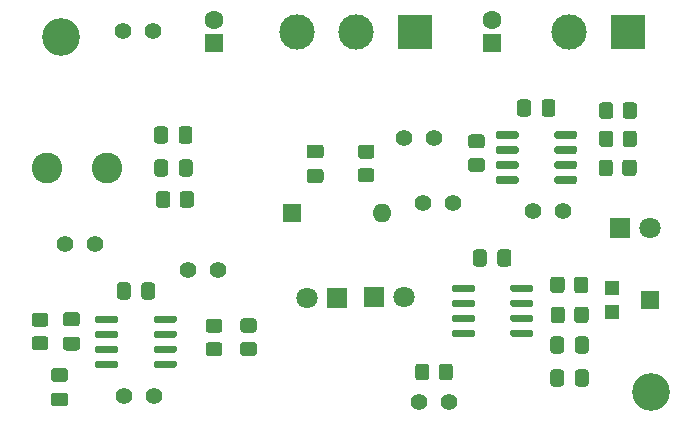
<source format=gts>
%TF.GenerationSoftware,KiCad,Pcbnew,5.1.10-88a1d61d58~88~ubuntu18.04.1*%
%TF.CreationDate,2021-06-11T13:40:42+04:00*%
%TF.ProjectId,DetecteurPresence,44657465-6374-4657-9572-50726573656e,1.0*%
%TF.SameCoordinates,Original*%
%TF.FileFunction,Soldermask,Top*%
%TF.FilePolarity,Negative*%
%FSLAX46Y46*%
G04 Gerber Fmt 4.6, Leading zero omitted, Abs format (unit mm)*
G04 Created by KiCad (PCBNEW 5.1.10-88a1d61d58~88~ubuntu18.04.1) date 2021-06-11 13:40:42*
%MOMM*%
%LPD*%
G01*
G04 APERTURE LIST*
%ADD10C,1.400000*%
%ADD11C,3.200000*%
%ADD12R,1.600000X1.600000*%
%ADD13C,1.600000*%
%ADD14C,1.800000*%
%ADD15R,1.800000X1.800000*%
%ADD16O,1.600000X1.600000*%
%ADD17C,3.000000*%
%ADD18R,3.000000X3.000000*%
%ADD19C,2.600000*%
%ADD20R,1.200000X1.200000*%
%ADD21R,1.500000X1.600000*%
G04 APERTURE END LIST*
%TO.C,R7*%
G36*
G01*
X59632001Y-33398000D02*
X58731999Y-33398000D01*
G75*
G02*
X58482000Y-33148001I0J249999D01*
G01*
X58482000Y-32447999D01*
G75*
G02*
X58731999Y-32198000I249999J0D01*
G01*
X59632001Y-32198000D01*
G75*
G02*
X59882000Y-32447999I0J-249999D01*
G01*
X59882000Y-33148001D01*
G75*
G02*
X59632001Y-33398000I-249999J0D01*
G01*
G37*
G36*
G01*
X59632001Y-35398000D02*
X58731999Y-35398000D01*
G75*
G02*
X58482000Y-35148001I0J249999D01*
G01*
X58482000Y-34447999D01*
G75*
G02*
X58731999Y-34198000I249999J0D01*
G01*
X59632001Y-34198000D01*
G75*
G02*
X59882000Y-34447999I0J-249999D01*
G01*
X59882000Y-35148001D01*
G75*
G02*
X59632001Y-35398000I-249999J0D01*
G01*
G37*
%TD*%
D10*
%TO.C,TP8*%
X31775400Y-23469600D03*
X29235400Y-23469600D03*
%TD*%
D11*
%TO.C,REF\u002A\u002A*%
X74000000Y-54000000D03*
%TD*%
%TO.C,REF\u002A\u002A*%
X24000000Y-24000000D03*
%TD*%
%TO.C,C1*%
G36*
G01*
X24417000Y-49345000D02*
X25367000Y-49345000D01*
G75*
G02*
X25617000Y-49595000I0J-250000D01*
G01*
X25617000Y-50270000D01*
G75*
G02*
X25367000Y-50520000I-250000J0D01*
G01*
X24417000Y-50520000D01*
G75*
G02*
X24167000Y-50270000I0J250000D01*
G01*
X24167000Y-49595000D01*
G75*
G02*
X24417000Y-49345000I250000J0D01*
G01*
G37*
G36*
G01*
X24417000Y-47270000D02*
X25367000Y-47270000D01*
G75*
G02*
X25617000Y-47520000I0J-250000D01*
G01*
X25617000Y-48195000D01*
G75*
G02*
X25367000Y-48445000I-250000J0D01*
G01*
X24417000Y-48445000D01*
G75*
G02*
X24167000Y-48195000I0J250000D01*
G01*
X24167000Y-47520000D01*
G75*
G02*
X24417000Y-47270000I250000J0D01*
G01*
G37*
%TD*%
D12*
%TO.C,C2*%
X60500000Y-24500000D03*
D13*
X60500000Y-22500000D03*
%TD*%
%TO.C,C3*%
X37000000Y-22500000D03*
D12*
X37000000Y-24500000D03*
%TD*%
%TO.C,C4*%
G36*
G01*
X31978000Y-44991000D02*
X31978000Y-45941000D01*
G75*
G02*
X31728000Y-46191000I-250000J0D01*
G01*
X31053000Y-46191000D01*
G75*
G02*
X30803000Y-45941000I0J250000D01*
G01*
X30803000Y-44991000D01*
G75*
G02*
X31053000Y-44741000I250000J0D01*
G01*
X31728000Y-44741000D01*
G75*
G02*
X31978000Y-44991000I0J-250000D01*
G01*
G37*
G36*
G01*
X29903000Y-44991000D02*
X29903000Y-45941000D01*
G75*
G02*
X29653000Y-46191000I-250000J0D01*
G01*
X28978000Y-46191000D01*
G75*
G02*
X28728000Y-45941000I0J250000D01*
G01*
X28728000Y-44991000D01*
G75*
G02*
X28978000Y-44741000I250000J0D01*
G01*
X29653000Y-44741000D01*
G75*
G02*
X29903000Y-44991000I0J-250000D01*
G01*
G37*
%TD*%
%TO.C,C5*%
G36*
G01*
X23401000Y-54065500D02*
X24351000Y-54065500D01*
G75*
G02*
X24601000Y-54315500I0J-250000D01*
G01*
X24601000Y-54990500D01*
G75*
G02*
X24351000Y-55240500I-250000J0D01*
G01*
X23401000Y-55240500D01*
G75*
G02*
X23151000Y-54990500I0J250000D01*
G01*
X23151000Y-54315500D01*
G75*
G02*
X23401000Y-54065500I250000J0D01*
G01*
G37*
G36*
G01*
X23401000Y-51990500D02*
X24351000Y-51990500D01*
G75*
G02*
X24601000Y-52240500I0J-250000D01*
G01*
X24601000Y-52915500D01*
G75*
G02*
X24351000Y-53165500I-250000J0D01*
G01*
X23401000Y-53165500D01*
G75*
G02*
X23151000Y-52915500I0J250000D01*
G01*
X23151000Y-52240500D01*
G75*
G02*
X23401000Y-51990500I250000J0D01*
G01*
G37*
%TD*%
%TO.C,C6*%
G36*
G01*
X35131500Y-31783000D02*
X35131500Y-32733000D01*
G75*
G02*
X34881500Y-32983000I-250000J0D01*
G01*
X34206500Y-32983000D01*
G75*
G02*
X33956500Y-32733000I0J250000D01*
G01*
X33956500Y-31783000D01*
G75*
G02*
X34206500Y-31533000I250000J0D01*
G01*
X34881500Y-31533000D01*
G75*
G02*
X35131500Y-31783000I0J-250000D01*
G01*
G37*
G36*
G01*
X33056500Y-31783000D02*
X33056500Y-32733000D01*
G75*
G02*
X32806500Y-32983000I-250000J0D01*
G01*
X32131500Y-32983000D01*
G75*
G02*
X31881500Y-32733000I0J250000D01*
G01*
X31881500Y-31783000D01*
G75*
G02*
X32131500Y-31533000I250000J0D01*
G01*
X32806500Y-31533000D01*
G75*
G02*
X33056500Y-31783000I0J-250000D01*
G01*
G37*
%TD*%
%TO.C,C7*%
G36*
G01*
X33078000Y-34577000D02*
X33078000Y-35527000D01*
G75*
G02*
X32828000Y-35777000I-250000J0D01*
G01*
X32153000Y-35777000D01*
G75*
G02*
X31903000Y-35527000I0J250000D01*
G01*
X31903000Y-34577000D01*
G75*
G02*
X32153000Y-34327000I250000J0D01*
G01*
X32828000Y-34327000D01*
G75*
G02*
X33078000Y-34577000I0J-250000D01*
G01*
G37*
G36*
G01*
X35153000Y-34577000D02*
X35153000Y-35527000D01*
G75*
G02*
X34903000Y-35777000I-250000J0D01*
G01*
X34228000Y-35777000D01*
G75*
G02*
X33978000Y-35527000I0J250000D01*
G01*
X33978000Y-34577000D01*
G75*
G02*
X34228000Y-34327000I250000J0D01*
G01*
X34903000Y-34327000D01*
G75*
G02*
X35153000Y-34577000I0J-250000D01*
G01*
G37*
%TD*%
%TO.C,C8*%
G36*
G01*
X65431000Y-53307000D02*
X65431000Y-52357000D01*
G75*
G02*
X65681000Y-52107000I250000J0D01*
G01*
X66356000Y-52107000D01*
G75*
G02*
X66606000Y-52357000I0J-250000D01*
G01*
X66606000Y-53307000D01*
G75*
G02*
X66356000Y-53557000I-250000J0D01*
G01*
X65681000Y-53557000D01*
G75*
G02*
X65431000Y-53307000I0J250000D01*
G01*
G37*
G36*
G01*
X67506000Y-53307000D02*
X67506000Y-52357000D01*
G75*
G02*
X67756000Y-52107000I250000J0D01*
G01*
X68431000Y-52107000D01*
G75*
G02*
X68681000Y-52357000I0J-250000D01*
G01*
X68681000Y-53307000D01*
G75*
G02*
X68431000Y-53557000I-250000J0D01*
G01*
X67756000Y-53557000D01*
G75*
G02*
X67506000Y-53307000I0J250000D01*
G01*
G37*
%TD*%
%TO.C,C9*%
G36*
G01*
X45041800Y-33067500D02*
X45991800Y-33067500D01*
G75*
G02*
X46241800Y-33317500I0J-250000D01*
G01*
X46241800Y-33992500D01*
G75*
G02*
X45991800Y-34242500I-250000J0D01*
G01*
X45041800Y-34242500D01*
G75*
G02*
X44791800Y-33992500I0J250000D01*
G01*
X44791800Y-33317500D01*
G75*
G02*
X45041800Y-33067500I250000J0D01*
G01*
G37*
G36*
G01*
X45041800Y-35142500D02*
X45991800Y-35142500D01*
G75*
G02*
X46241800Y-35392500I0J-250000D01*
G01*
X46241800Y-36067500D01*
G75*
G02*
X45991800Y-36317500I-250000J0D01*
G01*
X45041800Y-36317500D01*
G75*
G02*
X44791800Y-36067500I0J250000D01*
G01*
X44791800Y-35392500D01*
G75*
G02*
X45041800Y-35142500I250000J0D01*
G01*
G37*
%TD*%
%TO.C,C10*%
G36*
G01*
X62131500Y-42197000D02*
X62131500Y-43147000D01*
G75*
G02*
X61881500Y-43397000I-250000J0D01*
G01*
X61206500Y-43397000D01*
G75*
G02*
X60956500Y-43147000I0J250000D01*
G01*
X60956500Y-42197000D01*
G75*
G02*
X61206500Y-41947000I250000J0D01*
G01*
X61881500Y-41947000D01*
G75*
G02*
X62131500Y-42197000I0J-250000D01*
G01*
G37*
G36*
G01*
X60056500Y-42197000D02*
X60056500Y-43147000D01*
G75*
G02*
X59806500Y-43397000I-250000J0D01*
G01*
X59131500Y-43397000D01*
G75*
G02*
X58881500Y-43147000I0J250000D01*
G01*
X58881500Y-42197000D01*
G75*
G02*
X59131500Y-41947000I250000J0D01*
G01*
X59806500Y-41947000D01*
G75*
G02*
X60056500Y-42197000I0J-250000D01*
G01*
G37*
%TD*%
%TO.C,C11*%
G36*
G01*
X64690500Y-30447000D02*
X64690500Y-29497000D01*
G75*
G02*
X64940500Y-29247000I250000J0D01*
G01*
X65615500Y-29247000D01*
G75*
G02*
X65865500Y-29497000I0J-250000D01*
G01*
X65865500Y-30447000D01*
G75*
G02*
X65615500Y-30697000I-250000J0D01*
G01*
X64940500Y-30697000D01*
G75*
G02*
X64690500Y-30447000I0J250000D01*
G01*
G37*
G36*
G01*
X62615500Y-30447000D02*
X62615500Y-29497000D01*
G75*
G02*
X62865500Y-29247000I250000J0D01*
G01*
X63540500Y-29247000D01*
G75*
G02*
X63790500Y-29497000I0J-250000D01*
G01*
X63790500Y-30447000D01*
G75*
G02*
X63540500Y-30697000I-250000J0D01*
G01*
X62865500Y-30697000D01*
G75*
G02*
X62615500Y-30447000I0J250000D01*
G01*
G37*
%TD*%
%TO.C,C12*%
G36*
G01*
X67506000Y-50513000D02*
X67506000Y-49563000D01*
G75*
G02*
X67756000Y-49313000I250000J0D01*
G01*
X68431000Y-49313000D01*
G75*
G02*
X68681000Y-49563000I0J-250000D01*
G01*
X68681000Y-50513000D01*
G75*
G02*
X68431000Y-50763000I-250000J0D01*
G01*
X67756000Y-50763000D01*
G75*
G02*
X67506000Y-50513000I0J250000D01*
G01*
G37*
G36*
G01*
X65431000Y-50513000D02*
X65431000Y-49563000D01*
G75*
G02*
X65681000Y-49313000I250000J0D01*
G01*
X66356000Y-49313000D01*
G75*
G02*
X66606000Y-49563000I0J-250000D01*
G01*
X66606000Y-50513000D01*
G75*
G02*
X66356000Y-50763000I-250000J0D01*
G01*
X65681000Y-50763000D01*
G75*
G02*
X65431000Y-50513000I0J250000D01*
G01*
G37*
%TD*%
D14*
%TO.C,D1*%
X44831000Y-46024800D03*
D15*
X47371000Y-46024800D03*
%TD*%
D12*
%TO.C,D2*%
X43586400Y-38862000D03*
D16*
X51206400Y-38862000D03*
%TD*%
D15*
%TO.C,D3*%
X71374000Y-40132000D03*
D14*
X73914000Y-40132000D03*
%TD*%
D15*
%TO.C,D4*%
X50500000Y-46000000D03*
D14*
X53040000Y-46000000D03*
%TD*%
D17*
%TO.C,J1*%
X44000000Y-23500000D03*
X49000000Y-23500000D03*
D18*
X54000000Y-23500000D03*
%TD*%
%TO.C,J2*%
X72000000Y-23500000D03*
D17*
X67000000Y-23500000D03*
%TD*%
D19*
%TO.C,L1*%
X22860000Y-35052000D03*
X27860000Y-35052000D03*
%TD*%
%TO.C,R1*%
G36*
G01*
X21774999Y-47295000D02*
X22675001Y-47295000D01*
G75*
G02*
X22925000Y-47544999I0J-249999D01*
G01*
X22925000Y-48245001D01*
G75*
G02*
X22675001Y-48495000I-249999J0D01*
G01*
X21774999Y-48495000D01*
G75*
G02*
X21525000Y-48245001I0J249999D01*
G01*
X21525000Y-47544999D01*
G75*
G02*
X21774999Y-47295000I249999J0D01*
G01*
G37*
G36*
G01*
X21774999Y-49295000D02*
X22675001Y-49295000D01*
G75*
G02*
X22925000Y-49544999I0J-249999D01*
G01*
X22925000Y-50245001D01*
G75*
G02*
X22675001Y-50495000I-249999J0D01*
G01*
X21774999Y-50495000D01*
G75*
G02*
X21525000Y-50245001I0J249999D01*
G01*
X21525000Y-49544999D01*
G75*
G02*
X21774999Y-49295000I249999J0D01*
G01*
G37*
%TD*%
%TO.C,R2*%
G36*
G01*
X33255000Y-37268999D02*
X33255000Y-38169001D01*
G75*
G02*
X33005001Y-38419000I-249999J0D01*
G01*
X32304999Y-38419000D01*
G75*
G02*
X32055000Y-38169001I0J249999D01*
G01*
X32055000Y-37268999D01*
G75*
G02*
X32304999Y-37019000I249999J0D01*
G01*
X33005001Y-37019000D01*
G75*
G02*
X33255000Y-37268999I0J-249999D01*
G01*
G37*
G36*
G01*
X35255000Y-37268999D02*
X35255000Y-38169001D01*
G75*
G02*
X35005001Y-38419000I-249999J0D01*
G01*
X34304999Y-38419000D01*
G75*
G02*
X34055000Y-38169001I0J249999D01*
G01*
X34055000Y-37268999D01*
G75*
G02*
X34304999Y-37019000I249999J0D01*
G01*
X35005001Y-37019000D01*
G75*
G02*
X35255000Y-37268999I0J-249999D01*
G01*
G37*
%TD*%
%TO.C,R3*%
G36*
G01*
X40328001Y-50987000D02*
X39427999Y-50987000D01*
G75*
G02*
X39178000Y-50737001I0J249999D01*
G01*
X39178000Y-50036999D01*
G75*
G02*
X39427999Y-49787000I249999J0D01*
G01*
X40328001Y-49787000D01*
G75*
G02*
X40578000Y-50036999I0J-249999D01*
G01*
X40578000Y-50737001D01*
G75*
G02*
X40328001Y-50987000I-249999J0D01*
G01*
G37*
G36*
G01*
X40328001Y-48987000D02*
X39427999Y-48987000D01*
G75*
G02*
X39178000Y-48737001I0J249999D01*
G01*
X39178000Y-48036999D01*
G75*
G02*
X39427999Y-47787000I249999J0D01*
G01*
X40328001Y-47787000D01*
G75*
G02*
X40578000Y-48036999I0J-249999D01*
G01*
X40578000Y-48737001D01*
G75*
G02*
X40328001Y-48987000I-249999J0D01*
G01*
G37*
%TD*%
%TO.C,R4*%
G36*
G01*
X36506999Y-47803000D02*
X37407001Y-47803000D01*
G75*
G02*
X37657000Y-48052999I0J-249999D01*
G01*
X37657000Y-48753001D01*
G75*
G02*
X37407001Y-49003000I-249999J0D01*
G01*
X36506999Y-49003000D01*
G75*
G02*
X36257000Y-48753001I0J249999D01*
G01*
X36257000Y-48052999D01*
G75*
G02*
X36506999Y-47803000I249999J0D01*
G01*
G37*
G36*
G01*
X36506999Y-49803000D02*
X37407001Y-49803000D01*
G75*
G02*
X37657000Y-50052999I0J-249999D01*
G01*
X37657000Y-50753001D01*
G75*
G02*
X37407001Y-51003000I-249999J0D01*
G01*
X36506999Y-51003000D01*
G75*
G02*
X36257000Y-50753001I0J249999D01*
G01*
X36257000Y-50052999D01*
G75*
G02*
X36506999Y-49803000I249999J0D01*
G01*
G37*
%TD*%
%TO.C,R5*%
G36*
G01*
X50284801Y-34271000D02*
X49384799Y-34271000D01*
G75*
G02*
X49134800Y-34021001I0J249999D01*
G01*
X49134800Y-33320999D01*
G75*
G02*
X49384799Y-33071000I249999J0D01*
G01*
X50284801Y-33071000D01*
G75*
G02*
X50534800Y-33320999I0J-249999D01*
G01*
X50534800Y-34021001D01*
G75*
G02*
X50284801Y-34271000I-249999J0D01*
G01*
G37*
G36*
G01*
X50284801Y-36271000D02*
X49384799Y-36271000D01*
G75*
G02*
X49134800Y-36021001I0J249999D01*
G01*
X49134800Y-35320999D01*
G75*
G02*
X49384799Y-35071000I249999J0D01*
G01*
X50284801Y-35071000D01*
G75*
G02*
X50534800Y-35320999I0J-249999D01*
G01*
X50534800Y-36021001D01*
G75*
G02*
X50284801Y-36271000I-249999J0D01*
G01*
G37*
%TD*%
%TO.C,R6*%
G36*
G01*
X72761400Y-32138199D02*
X72761400Y-33038201D01*
G75*
G02*
X72511401Y-33288200I-249999J0D01*
G01*
X71811399Y-33288200D01*
G75*
G02*
X71561400Y-33038201I0J249999D01*
G01*
X71561400Y-32138199D01*
G75*
G02*
X71811399Y-31888200I249999J0D01*
G01*
X72511401Y-31888200D01*
G75*
G02*
X72761400Y-32138199I0J-249999D01*
G01*
G37*
G36*
G01*
X70761400Y-32138199D02*
X70761400Y-33038201D01*
G75*
G02*
X70511401Y-33288200I-249999J0D01*
G01*
X69811399Y-33288200D01*
G75*
G02*
X69561400Y-33038201I0J249999D01*
G01*
X69561400Y-32138199D01*
G75*
G02*
X69811399Y-31888200I249999J0D01*
G01*
X70511401Y-31888200D01*
G75*
G02*
X70761400Y-32138199I0J-249999D01*
G01*
G37*
%TD*%
%TO.C,R8*%
G36*
G01*
X69561400Y-30650601D02*
X69561400Y-29750599D01*
G75*
G02*
X69811399Y-29500600I249999J0D01*
G01*
X70511401Y-29500600D01*
G75*
G02*
X70761400Y-29750599I0J-249999D01*
G01*
X70761400Y-30650601D01*
G75*
G02*
X70511401Y-30900600I-249999J0D01*
G01*
X69811399Y-30900600D01*
G75*
G02*
X69561400Y-30650601I0J249999D01*
G01*
G37*
G36*
G01*
X71561400Y-30650601D02*
X71561400Y-29750599D01*
G75*
G02*
X71811399Y-29500600I249999J0D01*
G01*
X72511401Y-29500600D01*
G75*
G02*
X72761400Y-29750599I0J-249999D01*
G01*
X72761400Y-30650601D01*
G75*
G02*
X72511401Y-30900600I-249999J0D01*
G01*
X71811399Y-30900600D01*
G75*
G02*
X71561400Y-30650601I0J249999D01*
G01*
G37*
%TD*%
%TO.C,R9*%
G36*
G01*
X71536000Y-35502001D02*
X71536000Y-34601999D01*
G75*
G02*
X71785999Y-34352000I249999J0D01*
G01*
X72486001Y-34352000D01*
G75*
G02*
X72736000Y-34601999I0J-249999D01*
G01*
X72736000Y-35502001D01*
G75*
G02*
X72486001Y-35752000I-249999J0D01*
G01*
X71785999Y-35752000D01*
G75*
G02*
X71536000Y-35502001I0J249999D01*
G01*
G37*
G36*
G01*
X69536000Y-35502001D02*
X69536000Y-34601999D01*
G75*
G02*
X69785999Y-34352000I249999J0D01*
G01*
X70486001Y-34352000D01*
G75*
G02*
X70736000Y-34601999I0J-249999D01*
G01*
X70736000Y-35502001D01*
G75*
G02*
X70486001Y-35752000I-249999J0D01*
G01*
X69785999Y-35752000D01*
G75*
G02*
X69536000Y-35502001I0J249999D01*
G01*
G37*
%TD*%
%TO.C,R10*%
G36*
G01*
X65440000Y-45408001D02*
X65440000Y-44507999D01*
G75*
G02*
X65689999Y-44258000I249999J0D01*
G01*
X66390001Y-44258000D01*
G75*
G02*
X66640000Y-44507999I0J-249999D01*
G01*
X66640000Y-45408001D01*
G75*
G02*
X66390001Y-45658000I-249999J0D01*
G01*
X65689999Y-45658000D01*
G75*
G02*
X65440000Y-45408001I0J249999D01*
G01*
G37*
G36*
G01*
X67440000Y-45408001D02*
X67440000Y-44507999D01*
G75*
G02*
X67689999Y-44258000I249999J0D01*
G01*
X68390001Y-44258000D01*
G75*
G02*
X68640000Y-44507999I0J-249999D01*
G01*
X68640000Y-45408001D01*
G75*
G02*
X68390001Y-45658000I-249999J0D01*
G01*
X67689999Y-45658000D01*
G75*
G02*
X67440000Y-45408001I0J249999D01*
G01*
G37*
%TD*%
%TO.C,R12*%
G36*
G01*
X66672000Y-47047999D02*
X66672000Y-47948001D01*
G75*
G02*
X66422001Y-48198000I-249999J0D01*
G01*
X65721999Y-48198000D01*
G75*
G02*
X65472000Y-47948001I0J249999D01*
G01*
X65472000Y-47047999D01*
G75*
G02*
X65721999Y-46798000I249999J0D01*
G01*
X66422001Y-46798000D01*
G75*
G02*
X66672000Y-47047999I0J-249999D01*
G01*
G37*
G36*
G01*
X68672000Y-47047999D02*
X68672000Y-47948001D01*
G75*
G02*
X68422001Y-48198000I-249999J0D01*
G01*
X67721999Y-48198000D01*
G75*
G02*
X67472000Y-47948001I0J249999D01*
G01*
X67472000Y-47047999D01*
G75*
G02*
X67721999Y-46798000I249999J0D01*
G01*
X68422001Y-46798000D01*
G75*
G02*
X68672000Y-47047999I0J-249999D01*
G01*
G37*
%TD*%
%TO.C,R13*%
G36*
G01*
X55184000Y-51873999D02*
X55184000Y-52774001D01*
G75*
G02*
X54934001Y-53024000I-249999J0D01*
G01*
X54233999Y-53024000D01*
G75*
G02*
X53984000Y-52774001I0J249999D01*
G01*
X53984000Y-51873999D01*
G75*
G02*
X54233999Y-51624000I249999J0D01*
G01*
X54934001Y-51624000D01*
G75*
G02*
X55184000Y-51873999I0J-249999D01*
G01*
G37*
G36*
G01*
X57184000Y-51873999D02*
X57184000Y-52774001D01*
G75*
G02*
X56934001Y-53024000I-249999J0D01*
G01*
X56233999Y-53024000D01*
G75*
G02*
X55984000Y-52774001I0J249999D01*
G01*
X55984000Y-51873999D01*
G75*
G02*
X56233999Y-51624000I249999J0D01*
G01*
X56934001Y-51624000D01*
G75*
G02*
X57184000Y-51873999I0J-249999D01*
G01*
G37*
%TD*%
D20*
%TO.C,RV1*%
X70664000Y-45228000D03*
X70664000Y-47228000D03*
D21*
X73914000Y-46228000D03*
%TD*%
D10*
%TO.C,TP1*%
X24384000Y-41529000D03*
X26924000Y-41529000D03*
%TD*%
%TO.C,TP2*%
X31877000Y-54356000D03*
X29337000Y-54356000D03*
%TD*%
%TO.C,TP3*%
X34798000Y-43688000D03*
X37338000Y-43688000D03*
%TD*%
%TO.C,TP4*%
X53086000Y-32512000D03*
X55626000Y-32512000D03*
%TD*%
%TO.C,TP5*%
X63982600Y-38658800D03*
X66522600Y-38658800D03*
%TD*%
%TO.C,TP6*%
X56896000Y-54864000D03*
X54356000Y-54864000D03*
%TD*%
%TO.C,TP7*%
X57200800Y-38023800D03*
X54660800Y-38023800D03*
%TD*%
%TO.C,U1*%
G36*
G01*
X26903000Y-48029000D02*
X26903000Y-47729000D01*
G75*
G02*
X27053000Y-47579000I150000J0D01*
G01*
X28703000Y-47579000D01*
G75*
G02*
X28853000Y-47729000I0J-150000D01*
G01*
X28853000Y-48029000D01*
G75*
G02*
X28703000Y-48179000I-150000J0D01*
G01*
X27053000Y-48179000D01*
G75*
G02*
X26903000Y-48029000I0J150000D01*
G01*
G37*
G36*
G01*
X26903000Y-49299000D02*
X26903000Y-48999000D01*
G75*
G02*
X27053000Y-48849000I150000J0D01*
G01*
X28703000Y-48849000D01*
G75*
G02*
X28853000Y-48999000I0J-150000D01*
G01*
X28853000Y-49299000D01*
G75*
G02*
X28703000Y-49449000I-150000J0D01*
G01*
X27053000Y-49449000D01*
G75*
G02*
X26903000Y-49299000I0J150000D01*
G01*
G37*
G36*
G01*
X26903000Y-50569000D02*
X26903000Y-50269000D01*
G75*
G02*
X27053000Y-50119000I150000J0D01*
G01*
X28703000Y-50119000D01*
G75*
G02*
X28853000Y-50269000I0J-150000D01*
G01*
X28853000Y-50569000D01*
G75*
G02*
X28703000Y-50719000I-150000J0D01*
G01*
X27053000Y-50719000D01*
G75*
G02*
X26903000Y-50569000I0J150000D01*
G01*
G37*
G36*
G01*
X26903000Y-51839000D02*
X26903000Y-51539000D01*
G75*
G02*
X27053000Y-51389000I150000J0D01*
G01*
X28703000Y-51389000D01*
G75*
G02*
X28853000Y-51539000I0J-150000D01*
G01*
X28853000Y-51839000D01*
G75*
G02*
X28703000Y-51989000I-150000J0D01*
G01*
X27053000Y-51989000D01*
G75*
G02*
X26903000Y-51839000I0J150000D01*
G01*
G37*
G36*
G01*
X31853000Y-51839000D02*
X31853000Y-51539000D01*
G75*
G02*
X32003000Y-51389000I150000J0D01*
G01*
X33653000Y-51389000D01*
G75*
G02*
X33803000Y-51539000I0J-150000D01*
G01*
X33803000Y-51839000D01*
G75*
G02*
X33653000Y-51989000I-150000J0D01*
G01*
X32003000Y-51989000D01*
G75*
G02*
X31853000Y-51839000I0J150000D01*
G01*
G37*
G36*
G01*
X31853000Y-50569000D02*
X31853000Y-50269000D01*
G75*
G02*
X32003000Y-50119000I150000J0D01*
G01*
X33653000Y-50119000D01*
G75*
G02*
X33803000Y-50269000I0J-150000D01*
G01*
X33803000Y-50569000D01*
G75*
G02*
X33653000Y-50719000I-150000J0D01*
G01*
X32003000Y-50719000D01*
G75*
G02*
X31853000Y-50569000I0J150000D01*
G01*
G37*
G36*
G01*
X31853000Y-49299000D02*
X31853000Y-48999000D01*
G75*
G02*
X32003000Y-48849000I150000J0D01*
G01*
X33653000Y-48849000D01*
G75*
G02*
X33803000Y-48999000I0J-150000D01*
G01*
X33803000Y-49299000D01*
G75*
G02*
X33653000Y-49449000I-150000J0D01*
G01*
X32003000Y-49449000D01*
G75*
G02*
X31853000Y-49299000I0J150000D01*
G01*
G37*
G36*
G01*
X31853000Y-48029000D02*
X31853000Y-47729000D01*
G75*
G02*
X32003000Y-47579000I150000J0D01*
G01*
X33653000Y-47579000D01*
G75*
G02*
X33803000Y-47729000I0J-150000D01*
G01*
X33803000Y-48029000D01*
G75*
G02*
X33653000Y-48179000I-150000J0D01*
G01*
X32003000Y-48179000D01*
G75*
G02*
X31853000Y-48029000I0J150000D01*
G01*
G37*
%TD*%
%TO.C,U2*%
G36*
G01*
X57094000Y-45401000D02*
X57094000Y-45101000D01*
G75*
G02*
X57244000Y-44951000I150000J0D01*
G01*
X58894000Y-44951000D01*
G75*
G02*
X59044000Y-45101000I0J-150000D01*
G01*
X59044000Y-45401000D01*
G75*
G02*
X58894000Y-45551000I-150000J0D01*
G01*
X57244000Y-45551000D01*
G75*
G02*
X57094000Y-45401000I0J150000D01*
G01*
G37*
G36*
G01*
X57094000Y-46671000D02*
X57094000Y-46371000D01*
G75*
G02*
X57244000Y-46221000I150000J0D01*
G01*
X58894000Y-46221000D01*
G75*
G02*
X59044000Y-46371000I0J-150000D01*
G01*
X59044000Y-46671000D01*
G75*
G02*
X58894000Y-46821000I-150000J0D01*
G01*
X57244000Y-46821000D01*
G75*
G02*
X57094000Y-46671000I0J150000D01*
G01*
G37*
G36*
G01*
X57094000Y-47941000D02*
X57094000Y-47641000D01*
G75*
G02*
X57244000Y-47491000I150000J0D01*
G01*
X58894000Y-47491000D01*
G75*
G02*
X59044000Y-47641000I0J-150000D01*
G01*
X59044000Y-47941000D01*
G75*
G02*
X58894000Y-48091000I-150000J0D01*
G01*
X57244000Y-48091000D01*
G75*
G02*
X57094000Y-47941000I0J150000D01*
G01*
G37*
G36*
G01*
X57094000Y-49211000D02*
X57094000Y-48911000D01*
G75*
G02*
X57244000Y-48761000I150000J0D01*
G01*
X58894000Y-48761000D01*
G75*
G02*
X59044000Y-48911000I0J-150000D01*
G01*
X59044000Y-49211000D01*
G75*
G02*
X58894000Y-49361000I-150000J0D01*
G01*
X57244000Y-49361000D01*
G75*
G02*
X57094000Y-49211000I0J150000D01*
G01*
G37*
G36*
G01*
X62044000Y-49211000D02*
X62044000Y-48911000D01*
G75*
G02*
X62194000Y-48761000I150000J0D01*
G01*
X63844000Y-48761000D01*
G75*
G02*
X63994000Y-48911000I0J-150000D01*
G01*
X63994000Y-49211000D01*
G75*
G02*
X63844000Y-49361000I-150000J0D01*
G01*
X62194000Y-49361000D01*
G75*
G02*
X62044000Y-49211000I0J150000D01*
G01*
G37*
G36*
G01*
X62044000Y-47941000D02*
X62044000Y-47641000D01*
G75*
G02*
X62194000Y-47491000I150000J0D01*
G01*
X63844000Y-47491000D01*
G75*
G02*
X63994000Y-47641000I0J-150000D01*
G01*
X63994000Y-47941000D01*
G75*
G02*
X63844000Y-48091000I-150000J0D01*
G01*
X62194000Y-48091000D01*
G75*
G02*
X62044000Y-47941000I0J150000D01*
G01*
G37*
G36*
G01*
X62044000Y-46671000D02*
X62044000Y-46371000D01*
G75*
G02*
X62194000Y-46221000I150000J0D01*
G01*
X63844000Y-46221000D01*
G75*
G02*
X63994000Y-46371000I0J-150000D01*
G01*
X63994000Y-46671000D01*
G75*
G02*
X63844000Y-46821000I-150000J0D01*
G01*
X62194000Y-46821000D01*
G75*
G02*
X62044000Y-46671000I0J150000D01*
G01*
G37*
G36*
G01*
X62044000Y-45401000D02*
X62044000Y-45101000D01*
G75*
G02*
X62194000Y-44951000I150000J0D01*
G01*
X63844000Y-44951000D01*
G75*
G02*
X63994000Y-45101000I0J-150000D01*
G01*
X63994000Y-45401000D01*
G75*
G02*
X63844000Y-45551000I-150000J0D01*
G01*
X62194000Y-45551000D01*
G75*
G02*
X62044000Y-45401000I0J150000D01*
G01*
G37*
%TD*%
%TO.C,U3*%
G36*
G01*
X65762000Y-32408000D02*
X65762000Y-32108000D01*
G75*
G02*
X65912000Y-31958000I150000J0D01*
G01*
X67562000Y-31958000D01*
G75*
G02*
X67712000Y-32108000I0J-150000D01*
G01*
X67712000Y-32408000D01*
G75*
G02*
X67562000Y-32558000I-150000J0D01*
G01*
X65912000Y-32558000D01*
G75*
G02*
X65762000Y-32408000I0J150000D01*
G01*
G37*
G36*
G01*
X65762000Y-33678000D02*
X65762000Y-33378000D01*
G75*
G02*
X65912000Y-33228000I150000J0D01*
G01*
X67562000Y-33228000D01*
G75*
G02*
X67712000Y-33378000I0J-150000D01*
G01*
X67712000Y-33678000D01*
G75*
G02*
X67562000Y-33828000I-150000J0D01*
G01*
X65912000Y-33828000D01*
G75*
G02*
X65762000Y-33678000I0J150000D01*
G01*
G37*
G36*
G01*
X65762000Y-34948000D02*
X65762000Y-34648000D01*
G75*
G02*
X65912000Y-34498000I150000J0D01*
G01*
X67562000Y-34498000D01*
G75*
G02*
X67712000Y-34648000I0J-150000D01*
G01*
X67712000Y-34948000D01*
G75*
G02*
X67562000Y-35098000I-150000J0D01*
G01*
X65912000Y-35098000D01*
G75*
G02*
X65762000Y-34948000I0J150000D01*
G01*
G37*
G36*
G01*
X65762000Y-36218000D02*
X65762000Y-35918000D01*
G75*
G02*
X65912000Y-35768000I150000J0D01*
G01*
X67562000Y-35768000D01*
G75*
G02*
X67712000Y-35918000I0J-150000D01*
G01*
X67712000Y-36218000D01*
G75*
G02*
X67562000Y-36368000I-150000J0D01*
G01*
X65912000Y-36368000D01*
G75*
G02*
X65762000Y-36218000I0J150000D01*
G01*
G37*
G36*
G01*
X60812000Y-36218000D02*
X60812000Y-35918000D01*
G75*
G02*
X60962000Y-35768000I150000J0D01*
G01*
X62612000Y-35768000D01*
G75*
G02*
X62762000Y-35918000I0J-150000D01*
G01*
X62762000Y-36218000D01*
G75*
G02*
X62612000Y-36368000I-150000J0D01*
G01*
X60962000Y-36368000D01*
G75*
G02*
X60812000Y-36218000I0J150000D01*
G01*
G37*
G36*
G01*
X60812000Y-34948000D02*
X60812000Y-34648000D01*
G75*
G02*
X60962000Y-34498000I150000J0D01*
G01*
X62612000Y-34498000D01*
G75*
G02*
X62762000Y-34648000I0J-150000D01*
G01*
X62762000Y-34948000D01*
G75*
G02*
X62612000Y-35098000I-150000J0D01*
G01*
X60962000Y-35098000D01*
G75*
G02*
X60812000Y-34948000I0J150000D01*
G01*
G37*
G36*
G01*
X60812000Y-33678000D02*
X60812000Y-33378000D01*
G75*
G02*
X60962000Y-33228000I150000J0D01*
G01*
X62612000Y-33228000D01*
G75*
G02*
X62762000Y-33378000I0J-150000D01*
G01*
X62762000Y-33678000D01*
G75*
G02*
X62612000Y-33828000I-150000J0D01*
G01*
X60962000Y-33828000D01*
G75*
G02*
X60812000Y-33678000I0J150000D01*
G01*
G37*
G36*
G01*
X60812000Y-32408000D02*
X60812000Y-32108000D01*
G75*
G02*
X60962000Y-31958000I150000J0D01*
G01*
X62612000Y-31958000D01*
G75*
G02*
X62762000Y-32108000I0J-150000D01*
G01*
X62762000Y-32408000D01*
G75*
G02*
X62612000Y-32558000I-150000J0D01*
G01*
X60962000Y-32558000D01*
G75*
G02*
X60812000Y-32408000I0J150000D01*
G01*
G37*
%TD*%
M02*

</source>
